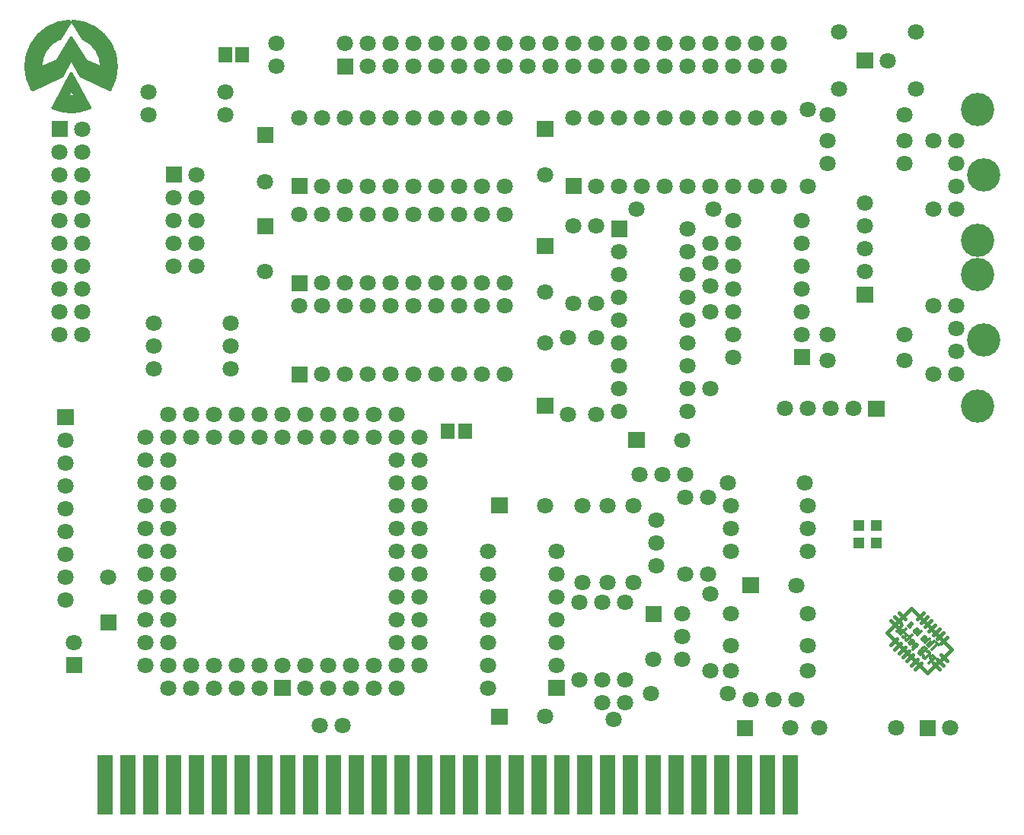
<source format=gbs>
%FSLAX34Y34*%
%MOMM*%
%LNSOLDERMASK_BOTTOM*%
G71*
G01*
%ADD10C, 1.80*%
%ADD11R, 1.70X6.70*%
%ADD12C, 3.70*%
%ADD13C, 0.40*%
%ADD14C, 0.36*%
%ADD15R, 1.20X1.30*%
%ADD16R, 1.50X1.70*%
%LPD*%
X82550Y838200D02*
G54D10*
D03*
X82550Y863600D02*
G54D10*
D03*
X57150Y838200D02*
G54D10*
D03*
X57150Y812800D02*
G54D10*
D03*
X82550Y812800D02*
G54D10*
D03*
X82550Y787400D02*
G54D10*
D03*
X57150Y787400D02*
G54D10*
D03*
X57150Y762000D02*
G54D10*
D03*
X82550Y762000D02*
G54D10*
D03*
X82550Y736600D02*
G54D10*
D03*
X57150Y736600D02*
G54D10*
D03*
X57150Y711200D02*
G54D10*
D03*
X82550Y711200D02*
G54D10*
D03*
X82550Y685800D02*
G54D10*
D03*
X57150Y685800D02*
G54D10*
D03*
X57150Y660400D02*
G54D10*
D03*
X82550Y660400D02*
G54D10*
D03*
X82550Y635000D02*
G54D10*
D03*
X57150Y635000D02*
G54D10*
D03*
X184150Y711200D02*
G54D10*
D03*
X209550Y711200D02*
G54D10*
D03*
X209550Y736600D02*
G54D10*
D03*
X184150Y736600D02*
G54D10*
D03*
X184150Y762000D02*
G54D10*
D03*
X209550Y762000D02*
G54D10*
D03*
X209550Y787400D02*
G54D10*
D03*
X184150Y787400D02*
G54D10*
D03*
X209550Y812800D02*
G54D10*
D03*
X298450Y933450D02*
G54D10*
D03*
X298450Y958850D02*
G54D10*
D03*
X374650Y958850D02*
G54D10*
D03*
X400050Y958850D02*
G54D10*
D03*
X400050Y933450D02*
G54D10*
D03*
X425450Y933450D02*
G54D10*
D03*
X425450Y958850D02*
G54D10*
D03*
X450850Y958850D02*
G54D10*
D03*
X450850Y933450D02*
G54D10*
D03*
X476250Y933450D02*
G54D10*
D03*
X476250Y958850D02*
G54D10*
D03*
X501650Y958850D02*
G54D10*
D03*
X501650Y933450D02*
G54D10*
D03*
X527050Y933450D02*
G54D10*
D03*
X527050Y958850D02*
G54D10*
D03*
X552450Y958850D02*
G54D10*
D03*
X552450Y933450D02*
G54D10*
D03*
X577850Y933450D02*
G54D10*
D03*
X577850Y958850D02*
G54D10*
D03*
X603250Y958850D02*
G54D10*
D03*
X603250Y933450D02*
G54D10*
D03*
X628650Y933450D02*
G54D10*
D03*
X628650Y958850D02*
G54D10*
D03*
X654050Y958850D02*
G54D10*
D03*
X654050Y933450D02*
G54D10*
D03*
X679450Y933450D02*
G54D10*
D03*
X679450Y958850D02*
G54D10*
D03*
X704850Y958850D02*
G54D10*
D03*
X704850Y933450D02*
G54D10*
D03*
X730250Y933450D02*
G54D10*
D03*
X730250Y958850D02*
G54D10*
D03*
X755650Y958850D02*
G54D10*
D03*
X755650Y933450D02*
G54D10*
D03*
X781050Y933450D02*
G54D10*
D03*
X781050Y958850D02*
G54D10*
D03*
X806450Y958850D02*
G54D10*
D03*
X806450Y933450D02*
G54D10*
D03*
X831850Y933450D02*
G54D10*
D03*
X831850Y958850D02*
G54D10*
D03*
X857250Y958850D02*
G54D10*
D03*
X857250Y933450D02*
G54D10*
D03*
X323850Y876300D02*
G54D10*
D03*
X349250Y876300D02*
G54D10*
D03*
X374650Y876300D02*
G54D10*
D03*
X400050Y876300D02*
G54D10*
D03*
X425450Y876300D02*
G54D10*
D03*
X450850Y876300D02*
G54D10*
D03*
X476250Y876300D02*
G54D10*
D03*
X501650Y876300D02*
G54D10*
D03*
X527050Y876300D02*
G54D10*
D03*
X552450Y876300D02*
G54D10*
D03*
X552450Y800100D02*
G54D10*
D03*
X527050Y800100D02*
G54D10*
D03*
X501650Y800100D02*
G54D10*
D03*
X476250Y800100D02*
G54D10*
D03*
X450850Y800100D02*
G54D10*
D03*
X425450Y800100D02*
G54D10*
D03*
X400050Y800100D02*
G54D10*
D03*
X374650Y800100D02*
G54D10*
D03*
X349250Y800100D02*
G54D10*
D03*
G36*
X175150Y821800D02*
X193150Y821800D01*
X193150Y803800D01*
X175150Y803800D01*
X175150Y821800D01*
G37*
G36*
X48150Y872600D02*
X66150Y872600D01*
X66150Y854600D01*
X48150Y854600D01*
X48150Y872600D01*
G37*
G36*
X314850Y809100D02*
X332850Y809100D01*
X332850Y791100D01*
X314850Y791100D01*
X314850Y809100D01*
G37*
G36*
X314850Y701150D02*
X332850Y701150D01*
X332850Y683150D01*
X314850Y683150D01*
X314850Y701150D01*
G37*
G36*
X365650Y942450D02*
X383650Y942450D01*
X383650Y924450D01*
X365650Y924450D01*
X365650Y942450D01*
G37*
G36*
X314850Y599550D02*
X332850Y599550D01*
X332850Y581550D01*
X314850Y581550D01*
X314850Y599550D01*
G37*
G36*
X295800Y250300D02*
X313800Y250300D01*
X313800Y232300D01*
X295800Y232300D01*
X295800Y250300D01*
G37*
G36*
X537100Y218550D02*
X555100Y218550D01*
X555100Y200550D01*
X537100Y200550D01*
X537100Y218550D01*
G37*
G36*
X810150Y205850D02*
X828150Y205850D01*
X828150Y187850D01*
X810150Y187850D01*
X810150Y205850D01*
G37*
G36*
X816500Y364600D02*
X834500Y364600D01*
X834500Y346600D01*
X816500Y346600D01*
X816500Y364600D01*
G37*
G36*
X708550Y332850D02*
X726550Y332850D01*
X726550Y314850D01*
X708550Y314850D01*
X708550Y332850D01*
G37*
G36*
X537100Y453500D02*
X555100Y453500D01*
X555100Y435500D01*
X537100Y435500D01*
X537100Y453500D01*
G37*
G36*
X619650Y809100D02*
X637650Y809100D01*
X637650Y791100D01*
X619650Y791100D01*
X619650Y809100D01*
G37*
G36*
X587900Y872600D02*
X605900Y872600D01*
X605900Y854600D01*
X587900Y854600D01*
X587900Y872600D01*
G37*
G36*
X873650Y618600D02*
X891650Y618600D01*
X891650Y600600D01*
X873650Y600600D01*
X873650Y618600D01*
G37*
G36*
X943500Y688450D02*
X961500Y688450D01*
X961500Y670450D01*
X943500Y670450D01*
X943500Y688450D01*
G37*
G36*
X956200Y561450D02*
X974200Y561450D01*
X974200Y543450D01*
X956200Y543450D01*
X956200Y561450D01*
G37*
G36*
X276750Y764650D02*
X294750Y764650D01*
X294750Y746650D01*
X276750Y746650D01*
X276750Y764650D01*
G37*
G36*
X276750Y866250D02*
X294750Y866250D01*
X294750Y848250D01*
X276750Y848250D01*
X276750Y866250D01*
G37*
G36*
X943500Y948800D02*
X961500Y948800D01*
X961500Y930800D01*
X943500Y930800D01*
X943500Y948800D01*
G37*
X323850Y768350D02*
G54D10*
D03*
X349250Y768350D02*
G54D10*
D03*
X374650Y768350D02*
G54D10*
D03*
X400050Y768350D02*
G54D10*
D03*
X425450Y768350D02*
G54D10*
D03*
X450850Y768350D02*
G54D10*
D03*
X476250Y768350D02*
G54D10*
D03*
X501650Y768350D02*
G54D10*
D03*
X527050Y768350D02*
G54D10*
D03*
X552450Y768350D02*
G54D10*
D03*
X552450Y692150D02*
G54D10*
D03*
X527050Y692150D02*
G54D10*
D03*
X501650Y692150D02*
G54D10*
D03*
X476250Y692150D02*
G54D10*
D03*
X450850Y692150D02*
G54D10*
D03*
X425450Y692150D02*
G54D10*
D03*
X400050Y692150D02*
G54D10*
D03*
X374650Y692150D02*
G54D10*
D03*
X349250Y692150D02*
G54D10*
D03*
X323850Y666750D02*
G54D10*
D03*
X349250Y666750D02*
G54D10*
D03*
X374650Y666750D02*
G54D10*
D03*
X400050Y666750D02*
G54D10*
D03*
X425450Y666750D02*
G54D10*
D03*
X450850Y666750D02*
G54D10*
D03*
X476250Y666750D02*
G54D10*
D03*
X501650Y666750D02*
G54D10*
D03*
X527050Y666750D02*
G54D10*
D03*
X552450Y666750D02*
G54D10*
D03*
X552450Y590550D02*
G54D10*
D03*
X527050Y590550D02*
G54D10*
D03*
X501650Y590550D02*
G54D10*
D03*
X476250Y590550D02*
G54D10*
D03*
X450850Y590550D02*
G54D10*
D03*
X425450Y590550D02*
G54D10*
D03*
X400050Y590550D02*
G54D10*
D03*
X374650Y590550D02*
G54D10*
D03*
X349250Y590550D02*
G54D10*
D03*
X654050Y800100D02*
G54D10*
D03*
X679450Y800100D02*
G54D10*
D03*
X704850Y800100D02*
G54D10*
D03*
X730250Y800100D02*
G54D10*
D03*
X755650Y800100D02*
G54D10*
D03*
X781050Y800100D02*
G54D10*
D03*
X806450Y800100D02*
G54D10*
D03*
X831850Y800100D02*
G54D10*
D03*
X857250Y800100D02*
G54D10*
D03*
X857250Y876300D02*
G54D10*
D03*
X831850Y876300D02*
G54D10*
D03*
X806450Y876300D02*
G54D10*
D03*
X781050Y876300D02*
G54D10*
D03*
X755650Y876300D02*
G54D10*
D03*
X730250Y876300D02*
G54D10*
D03*
X704850Y876300D02*
G54D10*
D03*
X679450Y876300D02*
G54D10*
D03*
X654050Y876300D02*
G54D10*
D03*
X628650Y876300D02*
G54D10*
D03*
X1028700Y850900D02*
G54D10*
D03*
X1054100Y850900D02*
G54D10*
D03*
X1054100Y825500D02*
G54D10*
D03*
X1054100Y800100D02*
G54D10*
D03*
X1054100Y774700D02*
G54D10*
D03*
X1028700Y774700D02*
G54D10*
D03*
X1028700Y590550D02*
G54D10*
D03*
X1054100Y590550D02*
G54D10*
D03*
X1054100Y615950D02*
G54D10*
D03*
X1054100Y641350D02*
G54D10*
D03*
X1054100Y666750D02*
G54D10*
D03*
X1028700Y666750D02*
G54D10*
D03*
X939800Y552450D02*
G54D10*
D03*
X914400Y552450D02*
G54D10*
D03*
X889000Y552450D02*
G54D10*
D03*
X863600Y552450D02*
G54D10*
D03*
X952500Y704850D02*
G54D10*
D03*
X952500Y730250D02*
G54D10*
D03*
X952500Y755650D02*
G54D10*
D03*
X952500Y781050D02*
G54D10*
D03*
X882650Y635000D02*
G54D10*
D03*
X882650Y660400D02*
G54D10*
D03*
X882650Y685800D02*
G54D10*
D03*
X882650Y711200D02*
G54D10*
D03*
X882650Y736600D02*
G54D10*
D03*
X882650Y762000D02*
G54D10*
D03*
X806450Y609600D02*
G54D10*
D03*
X806450Y635000D02*
G54D10*
D03*
X806450Y660400D02*
G54D10*
D03*
X806450Y685800D02*
G54D10*
D03*
X806450Y711200D02*
G54D10*
D03*
X806450Y736600D02*
G54D10*
D03*
X806450Y762000D02*
G54D10*
D03*
X241300Y879475D02*
G54D10*
D03*
X241300Y904875D02*
G54D10*
D03*
X155575Y904875D02*
G54D10*
D03*
X155575Y879475D02*
G54D10*
D03*
X247650Y647700D02*
G54D10*
D03*
X247650Y622300D02*
G54D10*
D03*
X247650Y596900D02*
G54D10*
D03*
X161925Y596900D02*
G54D10*
D03*
X161925Y622300D02*
G54D10*
D03*
X161925Y647700D02*
G54D10*
D03*
X285750Y704850D02*
G54D10*
D03*
X285750Y804862D02*
G54D10*
D03*
X152400Y317500D02*
G54D10*
D03*
X177800Y317500D02*
G54D10*
D03*
X177800Y292100D02*
G54D10*
D03*
X152400Y292100D02*
G54D10*
D03*
X152400Y266700D02*
G54D10*
D03*
X177800Y266700D02*
G54D10*
D03*
X203200Y266700D02*
G54D10*
D03*
X203200Y241300D02*
G54D10*
D03*
X177800Y241300D02*
G54D10*
D03*
X228600Y241300D02*
G54D10*
D03*
X228600Y266700D02*
G54D10*
D03*
X254000Y241300D02*
G54D10*
D03*
X254000Y266700D02*
G54D10*
D03*
X279400Y266700D02*
G54D10*
D03*
X279400Y241300D02*
G54D10*
D03*
X304800Y266700D02*
G54D10*
D03*
X330200Y266700D02*
G54D10*
D03*
X330200Y241300D02*
G54D10*
D03*
X355600Y241300D02*
G54D10*
D03*
X355600Y266700D02*
G54D10*
D03*
X381000Y266700D02*
G54D10*
D03*
X381000Y241300D02*
G54D10*
D03*
X406400Y241300D02*
G54D10*
D03*
X406400Y266700D02*
G54D10*
D03*
X431800Y266700D02*
G54D10*
D03*
X431800Y241300D02*
G54D10*
D03*
X457200Y266700D02*
G54D10*
D03*
X457200Y292100D02*
G54D10*
D03*
X431800Y292100D02*
G54D10*
D03*
X457200Y317500D02*
G54D10*
D03*
X431800Y317500D02*
G54D10*
D03*
X431800Y342900D02*
G54D10*
D03*
X457200Y342900D02*
G54D10*
D03*
X457200Y368300D02*
G54D10*
D03*
X431800Y368300D02*
G54D10*
D03*
X431800Y393700D02*
G54D10*
D03*
X457200Y393700D02*
G54D10*
D03*
X457200Y419100D02*
G54D10*
D03*
X431800Y419100D02*
G54D10*
D03*
X457200Y444500D02*
G54D10*
D03*
X431800Y444500D02*
G54D10*
D03*
X431800Y469900D02*
G54D10*
D03*
X457200Y469900D02*
G54D10*
D03*
X431800Y495300D02*
G54D10*
D03*
X457200Y495300D02*
G54D10*
D03*
X457200Y520700D02*
G54D10*
D03*
X431800Y520700D02*
G54D10*
D03*
X431800Y546100D02*
G54D10*
D03*
X406400Y546100D02*
G54D10*
D03*
X406400Y520700D02*
G54D10*
D03*
X381000Y520700D02*
G54D10*
D03*
X381000Y546100D02*
G54D10*
D03*
X355600Y546100D02*
G54D10*
D03*
X355600Y520700D02*
G54D10*
D03*
X330200Y520700D02*
G54D10*
D03*
X330200Y546100D02*
G54D10*
D03*
X304800Y546100D02*
G54D10*
D03*
X304800Y520700D02*
G54D10*
D03*
X596900Y209550D02*
G54D10*
D03*
X533400Y241300D02*
G54D10*
D03*
X533400Y266700D02*
G54D10*
D03*
X533400Y292100D02*
G54D10*
D03*
X533400Y317500D02*
G54D10*
D03*
X533400Y342900D02*
G54D10*
D03*
X533400Y368300D02*
G54D10*
D03*
X533400Y393700D02*
G54D10*
D03*
X609600Y393700D02*
G54D10*
D03*
X609600Y368300D02*
G54D10*
D03*
X609600Y342900D02*
G54D10*
D03*
X609600Y317500D02*
G54D10*
D03*
X609600Y292100D02*
G54D10*
D03*
X609600Y266700D02*
G54D10*
D03*
G36*
X600600Y250300D02*
X618600Y250300D01*
X618600Y232300D01*
X600600Y232300D01*
X600600Y250300D01*
G37*
X177800Y342900D02*
G54D10*
D03*
X152400Y342900D02*
G54D10*
D03*
X152400Y368300D02*
G54D10*
D03*
X177800Y368300D02*
G54D10*
D03*
X177800Y393700D02*
G54D10*
D03*
X152400Y393700D02*
G54D10*
D03*
X152400Y419100D02*
G54D10*
D03*
X177800Y419100D02*
G54D10*
D03*
X177800Y444500D02*
G54D10*
D03*
X152400Y444500D02*
G54D10*
D03*
X152400Y469900D02*
G54D10*
D03*
X177800Y469900D02*
G54D10*
D03*
X177800Y495300D02*
G54D10*
D03*
X203200Y520700D02*
G54D10*
D03*
X228600Y520700D02*
G54D10*
D03*
X254000Y520700D02*
G54D10*
D03*
X279400Y520700D02*
G54D10*
D03*
X177800Y520700D02*
G54D10*
D03*
X152400Y520700D02*
G54D10*
D03*
X152400Y495300D02*
G54D10*
D03*
X177800Y546100D02*
G54D10*
D03*
X203200Y546100D02*
G54D10*
D03*
X228600Y546100D02*
G54D10*
D03*
X254000Y546100D02*
G54D10*
D03*
X279400Y546100D02*
G54D10*
D03*
X654050Y546100D02*
G54D10*
D03*
X622300Y546100D02*
G54D10*
D03*
X654050Y631825D02*
G54D10*
D03*
X622300Y631825D02*
G54D10*
D03*
X596900Y625475D02*
G54D10*
D03*
G36*
X587900Y564625D02*
X605900Y564625D01*
X605900Y546625D01*
X587900Y546625D01*
X587900Y564625D01*
G37*
X596900Y812800D02*
G54D10*
D03*
X876300Y355600D02*
G54D10*
D03*
X1047750Y196850D02*
G54D10*
D03*
G36*
X1013350Y205850D02*
X1031350Y205850D01*
X1031350Y187850D01*
X1013350Y187850D01*
X1013350Y205850D01*
G37*
X901700Y196850D02*
G54D10*
D03*
X850900Y228600D02*
G54D10*
D03*
X825500Y228600D02*
G54D10*
D03*
X876300Y228600D02*
G54D10*
D03*
X889000Y260350D02*
G54D10*
D03*
X889000Y323850D02*
G54D10*
D03*
X889000Y288925D02*
G54D10*
D03*
X803275Y288925D02*
G54D10*
D03*
X803275Y260350D02*
G54D10*
D03*
X803275Y323850D02*
G54D10*
D03*
X781050Y260350D02*
G54D10*
D03*
X781050Y346075D02*
G54D10*
D03*
X749300Y273050D02*
G54D10*
D03*
X749300Y298450D02*
G54D10*
D03*
X749300Y323850D02*
G54D10*
D03*
X717550Y273050D02*
G54D10*
D03*
X673100Y206375D02*
G54D10*
D03*
X685800Y225425D02*
G54D10*
D03*
X660400Y225425D02*
G54D10*
D03*
X685800Y250825D02*
G54D10*
D03*
X660400Y250825D02*
G54D10*
D03*
X635000Y250825D02*
G54D10*
D03*
X685800Y336550D02*
G54D10*
D03*
X660400Y336550D02*
G54D10*
D03*
X635000Y336550D02*
G54D10*
D03*
X638175Y358775D02*
G54D10*
D03*
X666750Y358775D02*
G54D10*
D03*
X695325Y358775D02*
G54D10*
D03*
X777875Y368300D02*
G54D10*
D03*
X752475Y368300D02*
G54D10*
D03*
X803275Y393700D02*
G54D10*
D03*
X889000Y393700D02*
G54D10*
D03*
X889000Y419100D02*
G54D10*
D03*
X803275Y419100D02*
G54D10*
D03*
X803275Y444500D02*
G54D10*
D03*
X889000Y444500D02*
G54D10*
D03*
X885825Y469900D02*
G54D10*
D03*
X800100Y469900D02*
G54D10*
D03*
X777875Y454025D02*
G54D10*
D03*
X752475Y454025D02*
G54D10*
D03*
X752475Y479425D02*
G54D10*
D03*
X727075Y479425D02*
G54D10*
D03*
X701675Y479425D02*
G54D10*
D03*
X695325Y444500D02*
G54D10*
D03*
X666750Y444500D02*
G54D10*
D03*
X638175Y444500D02*
G54D10*
D03*
X720725Y428625D02*
G54D10*
D03*
X720725Y403225D02*
G54D10*
D03*
X720725Y377825D02*
G54D10*
D03*
X596900Y444500D02*
G54D10*
D03*
X987425Y196850D02*
G54D10*
D03*
X869950Y196850D02*
G54D10*
D03*
X800100Y234950D02*
G54D10*
D03*
X714375Y234950D02*
G54D10*
D03*
X996950Y606425D02*
G54D10*
D03*
X996950Y635000D02*
G54D10*
D03*
X911225Y635000D02*
G54D10*
D03*
X911225Y606425D02*
G54D10*
D03*
X781050Y574675D02*
G54D10*
D03*
X781050Y660400D02*
G54D10*
D03*
X749300Y517525D02*
G54D10*
D03*
G36*
X689500Y526525D02*
X707500Y526525D01*
X707500Y508525D01*
X689500Y508525D01*
X689500Y526525D01*
G37*
G36*
X670450Y761475D02*
X688450Y761475D01*
X688450Y743475D01*
X670450Y743475D01*
X670450Y761475D01*
G37*
X679450Y727075D02*
G54D10*
D03*
X679450Y701675D02*
G54D10*
D03*
X679450Y676275D02*
G54D10*
D03*
X679450Y650875D02*
G54D10*
D03*
X679450Y625475D02*
G54D10*
D03*
X679450Y600075D02*
G54D10*
D03*
X679450Y574675D02*
G54D10*
D03*
X679450Y549275D02*
G54D10*
D03*
X755650Y549275D02*
G54D10*
D03*
X755650Y574675D02*
G54D10*
D03*
X755650Y600075D02*
G54D10*
D03*
X755650Y625475D02*
G54D10*
D03*
X755650Y650875D02*
G54D10*
D03*
X755650Y676275D02*
G54D10*
D03*
X755650Y701675D02*
G54D10*
D03*
X755650Y727075D02*
G54D10*
D03*
X755650Y752475D02*
G54D10*
D03*
X781050Y736600D02*
G54D10*
D03*
X781050Y714375D02*
G54D10*
D03*
X781050Y688975D02*
G54D10*
D03*
X654050Y669925D02*
G54D10*
D03*
X628650Y669925D02*
G54D10*
D03*
X628650Y755650D02*
G54D10*
D03*
X654050Y755650D02*
G54D10*
D03*
X698500Y774700D02*
G54D10*
D03*
X784225Y774700D02*
G54D10*
D03*
X911225Y825500D02*
G54D10*
D03*
X911225Y850900D02*
G54D10*
D03*
X889000Y885825D02*
G54D10*
D03*
X889000Y800100D02*
G54D10*
D03*
X996950Y825500D02*
G54D10*
D03*
X996950Y850900D02*
G54D10*
D03*
X996950Y879475D02*
G54D10*
D03*
X911225Y879475D02*
G54D10*
D03*
X923925Y908050D02*
G54D10*
D03*
X1009650Y908050D02*
G54D10*
D03*
X977900Y939800D02*
G54D10*
D03*
X923925Y971550D02*
G54D10*
D03*
X1009650Y971550D02*
G54D10*
D03*
X596900Y682625D02*
G54D10*
D03*
G36*
X587900Y742425D02*
X605900Y742425D01*
X605900Y724425D01*
X587900Y724425D01*
X587900Y742425D01*
G37*
G36*
X64025Y275700D02*
X82025Y275700D01*
X82025Y257700D01*
X64025Y257700D01*
X64025Y275700D01*
G37*
G36*
X102125Y323325D02*
X120125Y323325D01*
X120125Y305325D01*
X102125Y305325D01*
X102125Y323325D01*
G37*
X111125Y365125D02*
G54D10*
D03*
X73025Y292100D02*
G54D10*
D03*
X63500Y339725D02*
G54D10*
D03*
X63500Y365125D02*
G54D10*
D03*
X63500Y390525D02*
G54D10*
D03*
X63500Y415925D02*
G54D10*
D03*
X63500Y441325D02*
G54D10*
D03*
X63500Y466725D02*
G54D10*
D03*
X63500Y492125D02*
G54D10*
D03*
X63500Y517525D02*
G54D10*
D03*
G36*
X54500Y551925D02*
X72500Y551925D01*
X72500Y533925D01*
X54500Y533925D01*
X54500Y551925D01*
G37*
X869950Y133350D02*
G54D11*
D03*
X844550Y133350D02*
G54D11*
D03*
X819150Y133350D02*
G54D11*
D03*
X793750Y133350D02*
G54D11*
D03*
X768350Y133350D02*
G54D11*
D03*
X742950Y133350D02*
G54D11*
D03*
X717550Y133350D02*
G54D11*
D03*
X692150Y133350D02*
G54D11*
D03*
X666750Y133350D02*
G54D11*
D03*
X641350Y133350D02*
G54D11*
D03*
X615950Y133350D02*
G54D11*
D03*
X590550Y133350D02*
G54D11*
D03*
X565150Y133350D02*
G54D11*
D03*
X539750Y133350D02*
G54D11*
D03*
X514350Y133350D02*
G54D11*
D03*
X488950Y133350D02*
G54D11*
D03*
X463550Y133350D02*
G54D11*
D03*
X438150Y133350D02*
G54D11*
D03*
X412750Y133350D02*
G54D11*
D03*
X387350Y133350D02*
G54D11*
D03*
X361950Y133350D02*
G54D11*
D03*
X336550Y133350D02*
G54D11*
D03*
X311150Y133350D02*
G54D11*
D03*
X285750Y133350D02*
G54D11*
D03*
X260350Y133350D02*
G54D11*
D03*
X234950Y133350D02*
G54D11*
D03*
X209550Y133350D02*
G54D11*
D03*
X184150Y133350D02*
G54D11*
D03*
X158750Y133350D02*
G54D11*
D03*
X133350Y133350D02*
G54D11*
D03*
X107950Y133350D02*
G54D11*
D03*
X1077912Y555625D02*
G54D12*
D03*
X1084262Y628650D02*
G54D12*
D03*
X1077912Y701675D02*
G54D12*
D03*
X1077912Y739775D02*
G54D12*
D03*
X1077912Y885825D02*
G54D12*
D03*
X1084262Y812800D02*
G54D12*
D03*
G54D13*
G75*
G01X113114Y908419D02*
G03X71993Y983371I-43302J25000D01*
G01*
G54D13*
G75*
G01X103930Y931929D02*
G03X83019Y964912I-34118J1490D01*
G01*
G54D13*
G75*
G01X69812Y899269D02*
G03X73441Y899462I0J34150D01*
G01*
G54D13*
G75*
G01X69812Y883419D02*
G03X89750Y887566I0J50000D01*
G01*
G54D13*
X72231Y983059D02*
X82947Y965200D01*
G54D13*
X69850Y964803D02*
X85725Y939800D01*
X103584Y931862D01*
G54D13*
X69850Y943372D02*
X80169Y923528D01*
X112712Y908050D01*
G54D13*
X69850Y925116D02*
X89694Y887809D01*
G54D13*
X69850Y908844D02*
X75009Y899716D01*
G54D13*
G75*
G01X67607Y983371D02*
G03X26487Y908419I2181J-49952D01*
G01*
G54D13*
G75*
G01X56582Y964912D02*
G03X35671Y931929I13206J-31493D01*
G01*
G54D13*
G75*
G01X66159Y899462D02*
G03X69788Y899269I3629J33957D01*
G01*
G54D13*
G75*
G01X49851Y887566D02*
G03X69788Y883419I19937J45853D01*
G01*
G54D13*
X67369Y983059D02*
X56653Y965200D01*
G54D13*
X69750Y964803D02*
X53875Y939800D01*
X36016Y931862D01*
G54D13*
X69750Y943372D02*
X59432Y923528D01*
X26888Y908050D01*
G54D13*
X69750Y925116D02*
X49906Y887809D01*
G54D13*
X69750Y908844D02*
X64591Y899716D01*
G36*
X69850Y923925D02*
X69850Y908844D01*
X71438Y908050D01*
X73422Y905272D01*
X73422Y904081D01*
X74612Y902891D01*
X74612Y902097D01*
X75803Y900906D01*
X74216Y899319D01*
X73025Y899319D01*
X72628Y898922D01*
X69850Y898922D01*
X69850Y883841D01*
X73819Y883841D01*
X74612Y884634D01*
X77788Y884634D01*
X78581Y885428D01*
X80962Y885428D01*
X81756Y886222D01*
X84534Y886222D01*
X85328Y887016D01*
X87312Y887016D01*
X88106Y887809D01*
X88106Y889397D01*
X86916Y890588D01*
X86916Y891381D01*
X85725Y892572D01*
X85725Y894159D01*
X84534Y895350D01*
X84534Y896144D01*
X83344Y897334D01*
X83344Y898525D01*
X82153Y899716D01*
X82153Y900509D01*
X80962Y901700D01*
X80962Y903288D01*
X80169Y904081D01*
X80169Y905272D01*
X78978Y906462D01*
X78978Y907256D01*
X77788Y908447D01*
X77788Y908844D01*
X76597Y910034D01*
X76597Y911225D01*
X75803Y912019D01*
X75803Y913209D01*
X74612Y914400D01*
X74612Y915194D01*
X73422Y916384D01*
X73422Y917178D01*
X72231Y918369D01*
X72231Y919559D01*
X71438Y920353D01*
X71438Y921544D01*
X70247Y922734D01*
X69850Y923925D01*
G37*
G54D13*
X69850Y923925D02*
X69850Y908844D01*
X71438Y908050D01*
X73422Y905272D01*
X73422Y904081D01*
X74612Y902891D01*
X74612Y902097D01*
X75803Y900906D01*
X74216Y899319D01*
X73025Y899319D01*
X72628Y898922D01*
X69850Y898922D01*
X69850Y883841D01*
X73819Y883841D01*
X74612Y884634D01*
X77788Y884634D01*
X78581Y885428D01*
X80962Y885428D01*
X81756Y886222D01*
X84534Y886222D01*
X85328Y887016D01*
X87312Y887016D01*
X88106Y887809D01*
X88106Y889397D01*
X86916Y890588D01*
X86916Y891381D01*
X85725Y892572D01*
X85725Y894159D01*
X84534Y895350D01*
X84534Y896144D01*
X83344Y897334D01*
X83344Y898525D01*
X82153Y899716D01*
X82153Y900509D01*
X80962Y901700D01*
X80962Y903288D01*
X80169Y904081D01*
X80169Y905272D01*
X78978Y906462D01*
X78978Y907256D01*
X77788Y908447D01*
X77788Y908844D01*
X76597Y910034D01*
X76597Y911225D01*
X75803Y912019D01*
X75803Y913209D01*
X74612Y914400D01*
X74612Y915194D01*
X73422Y916384D01*
X73422Y917178D01*
X72231Y918369D01*
X72231Y919559D01*
X71438Y920353D01*
X71438Y921544D01*
X70247Y922734D01*
X69850Y923925D01*
G36*
X69850Y963216D02*
X69850Y943769D01*
X70644Y942975D01*
X70644Y942578D01*
X72231Y940991D01*
X72231Y939800D01*
X74216Y937816D01*
X74216Y937022D01*
X75009Y936228D01*
X75009Y935038D01*
X75803Y934244D01*
X75803Y933450D01*
X77391Y931862D01*
X77391Y930672D01*
X78184Y929878D01*
X78184Y929084D01*
X79772Y927497D01*
X79772Y926703D01*
X80566Y925909D01*
X80566Y925512D01*
X81359Y924719D01*
X81756Y924719D01*
X82947Y923528D01*
X84138Y923528D01*
X85328Y922338D01*
X86916Y922338D01*
X88106Y921147D01*
X89297Y921147D01*
X90488Y919956D01*
X91281Y919956D01*
X92472Y918766D01*
X93662Y918766D01*
X94456Y917972D01*
X95250Y917972D01*
X96441Y916781D01*
X98028Y916781D01*
X98822Y915988D01*
X100012Y915988D01*
X101203Y914797D01*
X102791Y914797D01*
X103584Y914003D01*
X104378Y914003D01*
X105569Y912812D01*
X106362Y912812D01*
X107553Y911622D01*
X108744Y911622D01*
X109934Y910431D01*
X111522Y910431D01*
X112316Y909638D01*
X113506Y910828D01*
X113506Y912019D01*
X114300Y912812D01*
X114300Y913606D01*
X115094Y914400D01*
X115094Y915591D01*
X115491Y915988D01*
X115491Y917972D01*
X116681Y919162D01*
X116681Y921544D01*
X117872Y922734D01*
X117872Y925512D01*
X118269Y925909D01*
X118269Y932259D01*
X118666Y932656D01*
X118666Y939800D01*
X118269Y940197D01*
X118269Y942975D01*
X117475Y943769D01*
X117475Y946944D01*
X116681Y947738D01*
X116681Y949722D01*
X115094Y951309D01*
X115094Y953294D01*
X113903Y954484D01*
X113903Y956072D01*
X112316Y957659D01*
X112316Y958850D01*
X110728Y960438D01*
X110728Y961231D01*
X108347Y963612D01*
X108347Y964009D01*
X101203Y971153D01*
X100409Y971153D01*
X97234Y974328D01*
X95250Y974328D01*
X93266Y976312D01*
X92075Y976312D01*
X90488Y977900D01*
X88503Y977900D01*
X86916Y979488D01*
X84931Y979488D01*
X83741Y980678D01*
X80962Y980678D01*
X80566Y981075D01*
X77391Y981075D01*
X76597Y981869D01*
X74216Y981869D01*
X74216Y980678D01*
X76200Y978694D01*
X76200Y977106D01*
X78184Y975122D01*
X78184Y973534D01*
X79375Y972344D01*
X79375Y971947D01*
X80962Y970359D01*
X80962Y969169D01*
X82550Y967581D01*
X82550Y966788D01*
X84138Y965200D01*
X86122Y965200D01*
X87709Y963612D01*
X88503Y963612D01*
X90091Y962025D01*
X90884Y962025D01*
X92472Y960438D01*
X92869Y960438D01*
X94853Y958453D01*
X94853Y958056D01*
X96838Y956072D01*
X96838Y955675D01*
X98822Y953691D01*
X98822Y952897D01*
X100409Y951309D01*
X100409Y950119D01*
X101997Y948531D01*
X101997Y946150D01*
X103188Y944959D01*
X103188Y943372D01*
X104378Y942181D01*
X104378Y931466D01*
X104775Y931069D01*
X102791Y931069D01*
X102394Y931466D01*
X101600Y931466D01*
X100409Y932656D01*
X99219Y932656D01*
X98425Y933450D01*
X97234Y933450D01*
X96044Y934641D01*
X94456Y934641D01*
X93266Y935831D01*
X91678Y935831D01*
X90884Y936625D01*
X89694Y936625D01*
X88503Y937816D01*
X87312Y937816D01*
X86519Y938609D01*
X85328Y938609D01*
X84534Y939403D01*
X84534Y940197D01*
X82947Y941784D01*
X82947Y942975D01*
X81756Y944166D01*
X81756Y945356D01*
X80169Y946944D01*
X80169Y948134D01*
X78581Y949722D01*
X78581Y950516D01*
X77391Y951706D01*
X77391Y952103D01*
X75803Y953691D01*
X75803Y954088D01*
X74216Y955675D01*
X74216Y956469D01*
X73025Y957659D01*
X73025Y958850D01*
X71834Y960041D01*
X71834Y960834D01*
X70247Y962422D01*
X69850Y963216D01*
G37*
G54D13*
X69850Y963216D02*
X69850Y943769D01*
X70644Y942975D01*
X70644Y942578D01*
X72231Y940991D01*
X72231Y939800D01*
X74216Y937816D01*
X74216Y937022D01*
X75009Y936228D01*
X75009Y935038D01*
X75803Y934244D01*
X75803Y933450D01*
X77391Y931862D01*
X77391Y930672D01*
X78184Y929878D01*
X78184Y929084D01*
X79772Y927497D01*
X79772Y926703D01*
X80566Y925909D01*
X80566Y925512D01*
X81359Y924719D01*
X81756Y924719D01*
X82947Y923528D01*
X84138Y923528D01*
X85328Y922338D01*
X86916Y922338D01*
X88106Y921147D01*
X89297Y921147D01*
X90488Y919956D01*
X91281Y919956D01*
X92472Y918766D01*
X93662Y918766D01*
X94456Y917972D01*
X95250Y917972D01*
X96441Y916781D01*
X98028Y916781D01*
X98822Y915988D01*
X100012Y915988D01*
X101203Y914797D01*
X102791Y914797D01*
X103584Y914003D01*
X104378Y914003D01*
X105569Y912812D01*
X106362Y912812D01*
X107553Y911622D01*
X108744Y911622D01*
X109934Y910431D01*
X111522Y910431D01*
X112316Y909638D01*
X113506Y910828D01*
X113506Y912019D01*
X114300Y912812D01*
X114300Y913606D01*
X115094Y914400D01*
X115094Y915591D01*
X115491Y915988D01*
X115491Y917972D01*
X116681Y919162D01*
X116681Y921544D01*
X117872Y922734D01*
X117872Y925512D01*
X118269Y925909D01*
X118269Y932259D01*
X118666Y932656D01*
X118666Y939800D01*
X118269Y940197D01*
X118269Y942975D01*
X117475Y943769D01*
X117475Y946944D01*
X116681Y947738D01*
X116681Y949722D01*
X115094Y951309D01*
X115094Y953294D01*
X113903Y954484D01*
X113903Y956072D01*
X112316Y957659D01*
X112316Y958850D01*
X110728Y960438D01*
X110728Y961231D01*
X108347Y963612D01*
X108347Y964009D01*
X101203Y971153D01*
X100409Y971153D01*
X97234Y974328D01*
X95250Y974328D01*
X93266Y976312D01*
X92075Y976312D01*
X90488Y977900D01*
X88503Y977900D01*
X86916Y979488D01*
X84931Y979488D01*
X83741Y980678D01*
X80962Y980678D01*
X80566Y981075D01*
X77391Y981075D01*
X76597Y981869D01*
X74216Y981869D01*
X74216Y980678D01*
X76200Y978694D01*
X76200Y977106D01*
X78184Y975122D01*
X78184Y973534D01*
X79375Y972344D01*
X79375Y971947D01*
X80962Y970359D01*
X80962Y969169D01*
X82550Y967581D01*
X82550Y966788D01*
X84138Y965200D01*
X86122Y965200D01*
X87709Y963612D01*
X88503Y963612D01*
X90091Y962025D01*
X90884Y962025D01*
X92472Y960438D01*
X92869Y960438D01*
X94853Y958453D01*
X94853Y958056D01*
X96838Y956072D01*
X96838Y955675D01*
X98822Y953691D01*
X98822Y952897D01*
X100409Y951309D01*
X100409Y950119D01*
X101997Y948531D01*
X101997Y946150D01*
X103188Y944959D01*
X103188Y943372D01*
X104378Y942181D01*
X104378Y931466D01*
X104775Y931069D01*
X102791Y931069D01*
X102394Y931466D01*
X101600Y931466D01*
X100409Y932656D01*
X99219Y932656D01*
X98425Y933450D01*
X97234Y933450D01*
X96044Y934641D01*
X94456Y934641D01*
X93266Y935831D01*
X91678Y935831D01*
X90884Y936625D01*
X89694Y936625D01*
X88503Y937816D01*
X87312Y937816D01*
X86519Y938609D01*
X85328Y938609D01*
X84534Y939403D01*
X84534Y940197D01*
X82947Y941784D01*
X82947Y942975D01*
X81756Y944166D01*
X81756Y945356D01*
X80169Y946944D01*
X80169Y948134D01*
X78581Y949722D01*
X78581Y950516D01*
X77391Y951706D01*
X77391Y952103D01*
X75803Y953691D01*
X75803Y954088D01*
X74216Y955675D01*
X74216Y956469D01*
X73025Y957659D01*
X73025Y958850D01*
X71834Y960041D01*
X71834Y960834D01*
X70247Y962422D01*
X69850Y963216D01*
G36*
X69849Y963216D02*
X69849Y943769D01*
X69056Y942975D01*
X69056Y942578D01*
X67468Y940991D01*
X67468Y939800D01*
X65484Y937816D01*
X65484Y937022D01*
X64690Y936228D01*
X64690Y935038D01*
X63896Y934244D01*
X63896Y933450D01*
X62309Y931862D01*
X62309Y930672D01*
X61515Y929878D01*
X61515Y929084D01*
X59928Y927497D01*
X59928Y926703D01*
X59134Y925909D01*
X59134Y925512D01*
X58340Y924719D01*
X57943Y924719D01*
X56752Y923528D01*
X55562Y923528D01*
X54371Y922338D01*
X52784Y922338D01*
X51593Y921147D01*
X50402Y921147D01*
X49212Y919956D01*
X48418Y919956D01*
X47228Y918766D01*
X46037Y918766D01*
X45243Y917972D01*
X44449Y917972D01*
X43259Y916781D01*
X41671Y916781D01*
X40878Y915988D01*
X39687Y915988D01*
X38496Y914797D01*
X36909Y914797D01*
X36115Y914003D01*
X35321Y914003D01*
X34131Y912812D01*
X33337Y912812D01*
X32146Y911622D01*
X30956Y911622D01*
X29765Y910431D01*
X28178Y910431D01*
X27384Y909638D01*
X26193Y910828D01*
X26193Y912019D01*
X25399Y912812D01*
X25399Y913606D01*
X24606Y914400D01*
X24606Y915591D01*
X24209Y915988D01*
X24209Y917972D01*
X23018Y919162D01*
X23018Y921544D01*
X21828Y922734D01*
X21828Y925512D01*
X21431Y925909D01*
X21431Y932259D01*
X21034Y932656D01*
X21034Y939800D01*
X21431Y940197D01*
X21431Y942975D01*
X22224Y943769D01*
X22224Y946944D01*
X23018Y947738D01*
X23018Y949722D01*
X24606Y951309D01*
X24606Y953294D01*
X25796Y954484D01*
X25796Y956072D01*
X27384Y957659D01*
X27384Y958850D01*
X28971Y960438D01*
X28971Y961231D01*
X31352Y963612D01*
X31352Y964009D01*
X38496Y971153D01*
X39290Y971153D01*
X42465Y974328D01*
X44449Y974328D01*
X46434Y976312D01*
X47624Y976312D01*
X49212Y977900D01*
X51196Y977900D01*
X52784Y979488D01*
X54768Y979488D01*
X55959Y980678D01*
X58737Y980678D01*
X59134Y981075D01*
X62309Y981075D01*
X63102Y981869D01*
X65484Y981869D01*
X65484Y980678D01*
X63499Y978694D01*
X63499Y977106D01*
X61515Y975122D01*
X61515Y973534D01*
X60324Y972344D01*
X60324Y971947D01*
X58737Y970359D01*
X58737Y969169D01*
X57149Y967581D01*
X57149Y966788D01*
X55562Y965200D01*
X53578Y965200D01*
X51990Y963612D01*
X51196Y963612D01*
X49609Y962025D01*
X48815Y962025D01*
X47228Y960438D01*
X46831Y960438D01*
X44846Y958453D01*
X44846Y958056D01*
X42862Y956072D01*
X42862Y955675D01*
X40878Y953691D01*
X40878Y952897D01*
X39290Y951309D01*
X39290Y950119D01*
X37702Y948531D01*
X37702Y946150D01*
X36512Y944959D01*
X36512Y943372D01*
X35321Y942181D01*
X35321Y931466D01*
X34924Y931069D01*
X36909Y931069D01*
X37306Y931466D01*
X38099Y931466D01*
X39290Y932656D01*
X40481Y932656D01*
X41274Y933450D01*
X42465Y933450D01*
X43656Y934641D01*
X45243Y934641D01*
X46434Y935831D01*
X48021Y935831D01*
X48815Y936625D01*
X50006Y936625D01*
X51196Y937816D01*
X52387Y937816D01*
X53181Y938609D01*
X54371Y938609D01*
X55165Y939403D01*
X55165Y940197D01*
X56752Y941784D01*
X56752Y942975D01*
X57943Y944166D01*
X57943Y945356D01*
X59531Y946944D01*
X59531Y948134D01*
X61118Y949722D01*
X61118Y950516D01*
X62309Y951706D01*
X62309Y952103D01*
X63896Y953691D01*
X63896Y954088D01*
X65484Y955675D01*
X65484Y956469D01*
X66674Y957659D01*
X66674Y958850D01*
X67865Y960041D01*
X67865Y960834D01*
X69452Y962422D01*
X69849Y963216D01*
G37*
G54D13*
X69849Y963216D02*
X69849Y943769D01*
X69056Y942975D01*
X69056Y942578D01*
X67468Y940991D01*
X67468Y939800D01*
X65484Y937816D01*
X65484Y937022D01*
X64690Y936228D01*
X64690Y935038D01*
X63896Y934244D01*
X63896Y933450D01*
X62309Y931862D01*
X62309Y930672D01*
X61515Y929878D01*
X61515Y929084D01*
X59928Y927497D01*
X59928Y926703D01*
X59134Y925909D01*
X59134Y925512D01*
X58340Y924719D01*
X57943Y924719D01*
X56752Y923528D01*
X55562Y923528D01*
X54371Y922338D01*
X52784Y922338D01*
X51593Y921147D01*
X50402Y921147D01*
X49212Y919956D01*
X48418Y919956D01*
X47228Y918766D01*
X46037Y918766D01*
X45243Y917972D01*
X44449Y917972D01*
X43259Y916781D01*
X41671Y916781D01*
X40878Y915988D01*
X39687Y915988D01*
X38496Y914797D01*
X36909Y914797D01*
X36115Y914003D01*
X35321Y914003D01*
X34131Y912812D01*
X33337Y912812D01*
X32146Y911622D01*
X30956Y911622D01*
X29765Y910431D01*
X28178Y910431D01*
X27384Y909638D01*
X26193Y910828D01*
X26193Y912019D01*
X25399Y912812D01*
X25399Y913606D01*
X24606Y914400D01*
X24606Y915591D01*
X24209Y915988D01*
X24209Y917972D01*
X23018Y919162D01*
X23018Y921544D01*
X21828Y922734D01*
X21828Y925512D01*
X21431Y925909D01*
X21431Y932259D01*
X21034Y932656D01*
X21034Y939800D01*
X21431Y940197D01*
X21431Y942975D01*
X22224Y943769D01*
X22224Y946944D01*
X23018Y947738D01*
X23018Y949722D01*
X24606Y951309D01*
X24606Y953294D01*
X25796Y954484D01*
X25796Y956072D01*
X27384Y957659D01*
X27384Y958850D01*
X28971Y960438D01*
X28971Y961231D01*
X31352Y963612D01*
X31352Y964009D01*
X38496Y971153D01*
X39290Y971153D01*
X42465Y974328D01*
X44449Y974328D01*
X46434Y976312D01*
X47624Y976312D01*
X49212Y977900D01*
X51196Y977900D01*
X52784Y979488D01*
X54768Y979488D01*
X55959Y980678D01*
X58737Y980678D01*
X59134Y981075D01*
X62309Y981075D01*
X63102Y981869D01*
X65484Y981869D01*
X65484Y980678D01*
X63499Y978694D01*
X63499Y977106D01*
X61515Y975122D01*
X61515Y973534D01*
X60324Y972344D01*
X60324Y971947D01*
X58737Y970359D01*
X58737Y969169D01*
X57149Y967581D01*
X57149Y966788D01*
X55562Y965200D01*
X53578Y965200D01*
X51990Y963612D01*
X51196Y963612D01*
X49609Y962025D01*
X48815Y962025D01*
X47228Y960438D01*
X46831Y960438D01*
X44846Y958453D01*
X44846Y958056D01*
X42862Y956072D01*
X42862Y955675D01*
X40878Y953691D01*
X40878Y952897D01*
X39290Y951309D01*
X39290Y950119D01*
X37702Y948531D01*
X37702Y946150D01*
X36512Y944959D01*
X36512Y943372D01*
X35321Y942181D01*
X35321Y931466D01*
X34924Y931069D01*
X36909Y931069D01*
X37306Y931466D01*
X38099Y931466D01*
X39290Y932656D01*
X40481Y932656D01*
X41274Y933450D01*
X42465Y933450D01*
X43656Y934641D01*
X45243Y934641D01*
X46434Y935831D01*
X48021Y935831D01*
X48815Y936625D01*
X50006Y936625D01*
X51196Y937816D01*
X52387Y937816D01*
X53181Y938609D01*
X54371Y938609D01*
X55165Y939403D01*
X55165Y940197D01*
X56752Y941784D01*
X56752Y942975D01*
X57943Y944166D01*
X57943Y945356D01*
X59531Y946944D01*
X59531Y948134D01*
X61118Y949722D01*
X61118Y950516D01*
X62309Y951706D01*
X62309Y952103D01*
X63896Y953691D01*
X63896Y954088D01*
X65484Y955675D01*
X65484Y956469D01*
X66674Y957659D01*
X66674Y958850D01*
X67865Y960041D01*
X67865Y960834D01*
X69452Y962422D01*
X69849Y963216D01*
G36*
X69851Y923925D02*
X69851Y908844D01*
X68262Y908050D01*
X66279Y905272D01*
X66279Y904081D01*
X65088Y902891D01*
X65088Y902097D01*
X63898Y900906D01*
X65485Y899319D01*
X66676Y899319D01*
X67073Y898922D01*
X69851Y898922D01*
X69851Y883841D01*
X65882Y883841D01*
X65088Y884634D01*
X61913Y884634D01*
X61120Y885428D01*
X58738Y885428D01*
X57944Y886222D01*
X55166Y886222D01*
X54373Y887016D01*
X52388Y887016D01*
X51594Y887809D01*
X51594Y889397D01*
X52785Y890588D01*
X52785Y891381D01*
X53976Y892572D01*
X53976Y894159D01*
X55166Y895350D01*
X55166Y896144D01*
X56357Y897334D01*
X56357Y898525D01*
X57548Y899716D01*
X57548Y900509D01*
X58738Y901700D01*
X58738Y903288D01*
X59532Y904081D01*
X59532Y905272D01*
X60723Y906462D01*
X60723Y907256D01*
X61913Y908447D01*
X61913Y908844D01*
X63104Y910034D01*
X63104Y911225D01*
X63898Y912019D01*
X63898Y913209D01*
X65088Y914400D01*
X65088Y915194D01*
X66279Y916384D01*
X66279Y917178D01*
X67470Y918369D01*
X67470Y919559D01*
X68263Y920353D01*
X68263Y921544D01*
X69454Y922734D01*
X69851Y923925D01*
G37*
G54D13*
X69851Y923925D02*
X69851Y908844D01*
X68262Y908050D01*
X66279Y905272D01*
X66279Y904081D01*
X65088Y902891D01*
X65088Y902097D01*
X63898Y900906D01*
X65485Y899319D01*
X66676Y899319D01*
X67073Y898922D01*
X69851Y898922D01*
X69851Y883841D01*
X65882Y883841D01*
X65088Y884634D01*
X61913Y884634D01*
X61120Y885428D01*
X58738Y885428D01*
X57944Y886222D01*
X55166Y886222D01*
X54373Y887016D01*
X52388Y887016D01*
X51594Y887809D01*
X51594Y889397D01*
X52785Y890588D01*
X52785Y891381D01*
X53976Y892572D01*
X53976Y894159D01*
X55166Y895350D01*
X55166Y896144D01*
X56357Y897334D01*
X56357Y898525D01*
X57548Y899716D01*
X57548Y900509D01*
X58738Y901700D01*
X58738Y903288D01*
X59532Y904081D01*
X59532Y905272D01*
X60723Y906462D01*
X60723Y907256D01*
X61913Y908447D01*
X61913Y908844D01*
X63104Y910034D01*
X63104Y911225D01*
X63898Y912019D01*
X63898Y913209D01*
X65088Y914400D01*
X65088Y915194D01*
X66279Y916384D01*
X66279Y917178D01*
X67470Y918369D01*
X67470Y919559D01*
X68263Y920353D01*
X68263Y921544D01*
X69454Y922734D01*
X69851Y923925D01*
G54D13*
X1003845Y329608D02*
X1048746Y284707D01*
X1021805Y257766D01*
X976904Y302668D01*
X1003845Y329608D01*
G54D13*
X990374Y325118D02*
X997110Y318383D01*
G54D13*
X992619Y313893D02*
X985884Y320628D01*
G54D13*
X981394Y316138D02*
X988129Y309403D01*
G54D13*
X1035276Y262257D02*
X1028540Y268992D01*
G54D13*
X1033030Y273482D02*
X1039766Y266747D01*
G54D13*
X1044256Y271237D02*
X1037521Y277972D01*
G54D13*
X1017315Y325118D02*
X1010580Y318383D01*
G54D13*
X1015070Y313893D02*
X1021805Y320628D01*
G54D13*
X1026295Y316138D02*
X1019560Y309403D01*
G54D13*
X1024050Y304913D02*
X1030785Y311648D01*
G54D13*
X1035276Y307158D02*
X1028540Y300423D01*
G54D13*
X1033030Y295933D02*
X1039766Y302668D01*
G54D13*
X1044256Y298178D02*
X1037521Y291442D01*
G54D13*
X1008335Y262257D02*
X1015070Y268992D01*
G54D13*
X1010580Y273482D02*
X1003845Y266747D01*
G54D13*
X999355Y271237D02*
X1006090Y277972D01*
G54D13*
X1001600Y282462D02*
X994864Y275727D01*
G54D13*
X990374Y280217D02*
X997110Y286952D01*
G54D13*
X992619Y291442D02*
X985884Y284707D01*
G54D13*
X981394Y289197D02*
X988129Y295933D01*
G54D14*
X1026925Y284076D02*
X1033211Y290362D01*
G54D14*
X1034468Y289105D02*
X1031954Y291619D01*
G54D14*
X1023468Y287534D02*
X1029754Y293819D01*
G54D14*
X1025982Y290048D02*
X1026454Y291148D01*
X1026061Y292012D01*
X1025197Y292405D01*
X1024097Y291933D01*
X1021582Y289419D01*
G54D14*
X1019382Y291619D02*
X1022918Y295155D01*
G54D14*
X1024096Y296333D02*
X1024096Y296333D01*
G54D14*
X1017575Y294212D02*
X1016554Y294448D01*
X1015926Y295076D01*
X1015690Y296098D01*
X1016476Y296883D01*
X1017183Y296962D01*
X1018832Y296097D01*
X1019540Y296176D01*
X1020325Y296962D01*
X1020090Y297983D01*
X1019461Y298612D01*
X1018440Y298847D01*
G54D14*
X1010834Y300167D02*
X1014370Y303703D01*
G54D14*
X1015548Y304882D02*
X1015548Y304882D01*
G54D14*
X1009027Y302760D02*
X1008006Y302996D01*
X1007377Y303624D01*
X1007142Y304646D01*
X1007927Y305431D01*
X1008634Y305510D01*
X1010284Y304646D01*
X1010991Y304724D01*
X1011777Y305510D01*
X1011541Y306531D01*
X1010913Y307160D01*
X1009891Y307396D01*
G54D14*
X1005429Y311858D02*
X1005193Y312880D01*
X1004439Y313634D01*
X1003150Y313351D01*
X1000400Y310601D01*
G54D14*
X1001579Y311780D02*
X1002679Y312251D01*
X1003464Y311780D01*
X1003936Y310994D01*
X1003464Y309894D01*
X1002553Y309234D01*
X1001658Y309344D01*
X1001343Y309658D01*
X1001218Y309784D01*
X1001108Y310680D01*
X1001579Y311780D01*
G54D14*
X1023916Y269115D02*
X1030201Y275400D01*
X1028630Y276972D01*
X1027608Y277207D01*
X1026509Y276736D01*
X1025723Y275950D01*
X1025251Y274850D01*
X1025487Y273829D01*
X1027058Y272258D01*
G54D14*
X1017866Y277522D02*
X1017394Y276422D01*
X1017630Y275400D01*
X1018259Y274772D01*
X1019280Y274536D01*
X1020380Y275008D01*
X1024308Y278936D01*
X1024780Y280036D01*
X1024544Y281057D01*
X1023916Y281686D01*
X1022894Y281922D01*
X1021794Y281450D01*
G54D14*
X1014487Y278543D02*
X1020772Y284829D01*
X1019201Y286400D01*
X1018180Y286636D01*
X1017080Y286165D01*
X1016294Y285379D01*
X1015823Y284279D01*
X1016058Y283258D01*
X1015037Y283493D01*
X1013937Y283022D01*
X1013152Y282236D01*
X1012680Y281136D01*
X1012916Y280115D01*
X1014487Y278543D01*
G54D14*
X1017630Y281686D02*
X1016058Y283258D01*
G54D14*
X1011046Y289056D02*
X1005939Y283949D01*
G54D14*
X1008689Y286699D02*
X1007353Y285992D01*
X1006567Y286463D01*
X1006096Y287249D01*
X1006567Y288349D01*
X1008139Y289920D01*
X1009239Y290392D01*
X1010103Y289999D01*
X1010496Y289135D01*
X1009867Y287877D01*
G54D14*
X1006567Y292749D02*
X1006332Y293770D01*
X1005577Y294524D01*
X1004289Y294242D01*
X1001539Y291492D01*
G54D14*
X1002717Y292670D02*
X1003817Y293142D01*
X1004603Y292670D01*
X1005074Y291885D01*
X1004603Y290785D01*
X1003692Y290125D01*
X1002796Y290235D01*
X1002482Y290549D01*
X1002356Y290675D01*
X1002246Y291570D01*
X1002717Y292670D01*
G54D14*
X1004996Y300606D02*
X999103Y294713D01*
X998396Y294635D01*
X998239Y295106D01*
G54D14*
X1002874Y297227D02*
X1001617Y298484D01*
G54D14*
X997610Y302020D02*
X998475Y301627D01*
X998867Y300763D01*
X998396Y299663D01*
X996825Y298092D01*
X995725Y297620D01*
X994939Y298092D01*
X994468Y298877D01*
G54D14*
X992111Y300920D02*
X998396Y307205D01*
G54D14*
X994625Y303434D02*
X995096Y304534D01*
X994704Y305398D01*
X993839Y305791D01*
X992739Y305320D01*
X990225Y302805D01*
G54D14*
X994310Y311291D02*
X989596Y306577D01*
G54D14*
X988025Y305006D02*
X988025Y305006D01*
X946150Y422275D02*
G54D15*
D03*
X946150Y403225D02*
G54D15*
D03*
X965200Y403225D02*
G54D15*
D03*
X965200Y422275D02*
G54D15*
D03*
X346074Y200025D02*
G54D10*
D03*
X371474Y200025D02*
G54D10*
D03*
X488950Y527050D02*
G54D16*
D03*
X508000Y527050D02*
G54D16*
D03*
X241300Y946150D02*
G54D16*
D03*
X260350Y946150D02*
G54D16*
D03*
M02*

</source>
